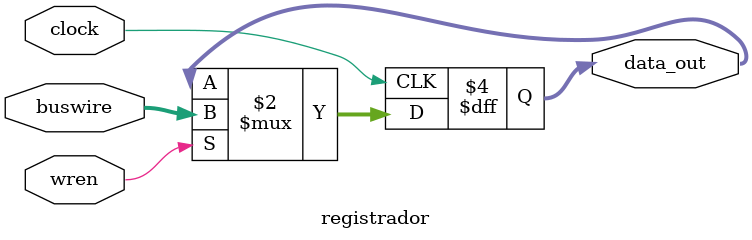
<source format=v>
module registrador(clock, buswire, wren, data_out);

//A ideia aqui é mapear qnd vai ter escrita em um registrador
//Considerando que A e G funcionam tbm como se fosse registradores

	input clock, wren;
	input [15:0] buswire;
	output reg[15:0] data_out;
	
	always @(posedge clock) begin
        if (wren) begin
            data_out <= buswire;
        end
    end
	
endmodule

</source>
